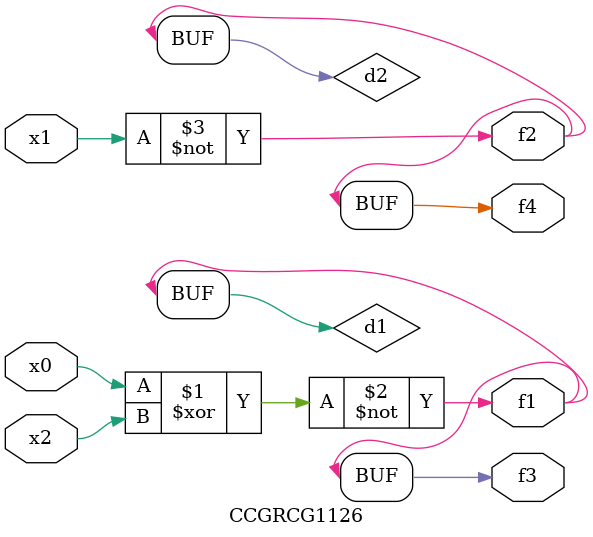
<source format=v>
module CCGRCG1126(
	input x0, x1, x2,
	output f1, f2, f3, f4
);

	wire d1, d2, d3;

	xnor (d1, x0, x2);
	nand (d2, x1);
	nor (d3, x1, x2);
	assign f1 = d1;
	assign f2 = d2;
	assign f3 = d1;
	assign f4 = d2;
endmodule

</source>
